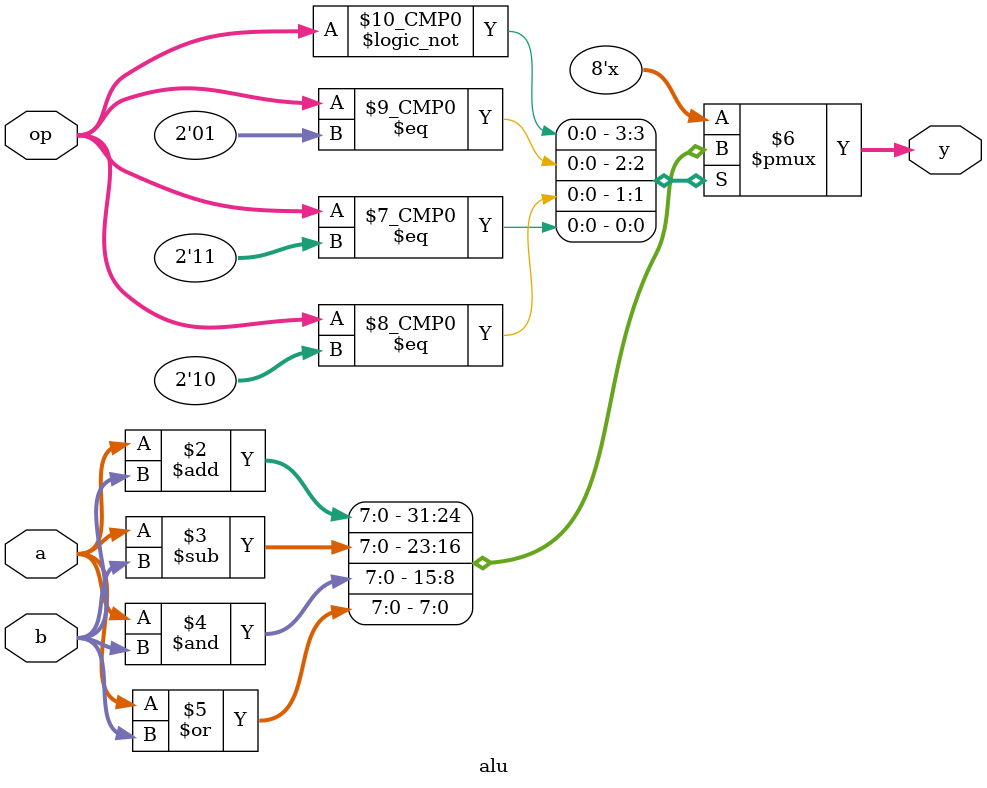
<source format=sv>
typedef enum bit [1:0] {ADD, SUB, AND, OR} opcode_e;

module alu (
    input  logic [7:0] a, b,
    input  opcode_e op,
    output logic [7:0] y
);
    always_comb begin
        case (op)
            ADD: y = a + b;
            SUB: y = a - b;
            AND: y = a & b;
            OR : y = a | b;
        endcase
    end
endmodule

</source>
